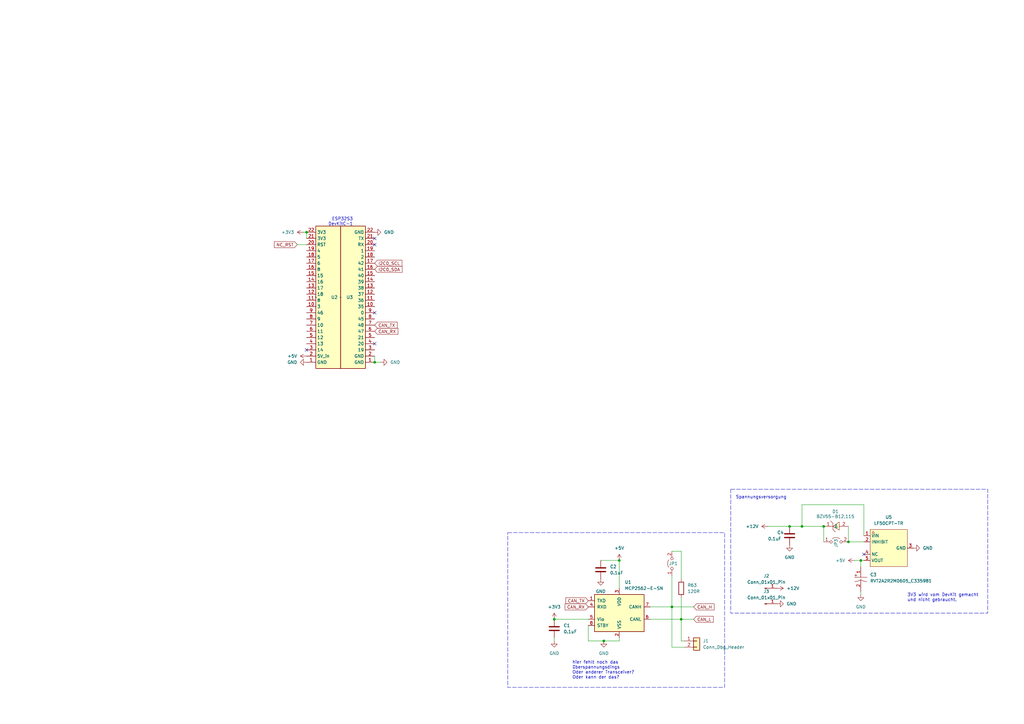
<source format=kicad_sch>
(kicad_sch (version 20250114) (generator "eeschema") (generator_version "9.0")
  (paper "A3")
  (title_block (title "ESPPDM"))
  (lib_symbols
    (symbol "+3V3_1" (power) (pin_numbers (hide yes)) (pin_names (offset 0) (hide yes))
      (property "Value" "+3V3" (at 0 3.556 0))
      (symbol "+3V3_1_0_1"
        (polyline (pts (xy -0.762 1.27) (xy 0 2.54)))
        (polyline (pts (xy 0 2.54) (xy 0.762 1.27)))
        (polyline (pts (xy 0 0) (xy 0 2.54)))
      )
      (symbol "+3V3_1_1_1"
        (pin power_in line (at 0 0 90) (length 0) (name "~") (number "1"))
      )
    )
    (symbol "Connector:Conn_01x01_Pin" (pin_names (offset 1.016) (hide yes))
      (property "Reference" "J" (at 0 2.54 0))
      (property "Value" "Conn_01x01_Pin" (at 0 -2.54 0))
      (symbol "Conn_01x01_Pin_1_1"
        (rectangle (start 0.8636 0.127) (end 0 -0.127) (stroke (width 0.1524)) (fill (type outline)))
        (polyline (pts (xy 1.27 0) (xy 0.8636 0)) (stroke (width 0.1524)))
        (pin passive line (at 5.08 0 180) (length 3.81) (name "Pin_1") (number "1"))
      )
    )
    (symbol "Connector_Generic:Conn_01x02" (pin_names (offset 1.016) (hide yes))
      (property "Reference" "J" (at 0 2.54 0))
      (property "Value" "Conn_01x02" (at 0 -5.08 0))
      (symbol "Conn_01x02_1_1"
        (rectangle (start -1.27 1.27) (end 1.27 -3.81) (stroke (width 0.254)) (fill (type background)))
        (rectangle (start -1.27 0.127) (end 0 -0.127) (stroke (width 0.1524)))
        (rectangle (start -1.27 -2.413) (end 0 -2.667) (stroke (width 0.1524)))
        (pin passive line (at -5.08 0 0) (length 3.81) (name "Pin_1") (number "1"))
        (pin passive line (at -5.08 -2.54 0) (length 3.81) (name "Pin_2") (number "2"))
      )
    )
    (symbol "Device:C" (pin_numbers (hide yes)) (pin_names (offset 0.254))
      (property "Reference" "C" (at 0.635 2.54 0))
      (property "Value" "C" (at 0.635 -2.54 0))
      (symbol "C_0_1"
        (polyline (pts (xy -2.032 0.762) (xy 2.032 0.762)) (stroke (width 0.508)))
        (polyline (pts (xy -2.032 -0.762) (xy 2.032 -0.762)) (stroke (width 0.508)))
      )
      (symbol "C_1_1"
        (pin passive line (at 0 3.81 270) (length 2.794) (name "~") (number "1"))
        (pin passive line (at 0 -3.81 90) (length 2.794) (name "~") (number "2"))
      )
    )
    (symbol "Device:R" (pin_numbers (hide yes)) (pin_names (offset 0))
      (property "Reference" "R" (at 2.032 0 90))
      (property "Value" "R" (at 0 0 90))
      (symbol "R_0_1"
        (rectangle (start -1.016 -2.54) (end 1.016 2.54) (stroke (width 0.254)))
      )
      (symbol "R_1_1"
        (pin passive line (at 0 3.81 270) (length 1.27) (name "~") (number "1"))
        (pin passive line (at 0 -3.81 90) (length 1.27) (name "~") (number "2"))
      )
    )
    (symbol "Interface_CAN_LIN:MCP2562-E-SN" (pin_names (offset 1.016))
      (property "Reference" "U" (at -10.16 8.89 0))
      (property "Value" "MCP2562-E-SN" (at 2.54 8.89 0))
      (symbol "MCP2562-E-SN_0_1"
        (rectangle (start -10.16 7.62) (end 10.16 -7.62) (stroke (width 0.254)) (fill (type background)))
      )
      (symbol "MCP2562-E-SN_1_1"
        (pin input line (at -12.7 5.08 0) (length 2.54) (name "TXD") (number "1"))
        (pin output line (at -12.7 2.54 0) (length 2.54) (name "RXD") (number "4"))
        (pin power_in line (at -12.7 -2.54 0) (length 2.54) (name "Vio") (number "5"))
        (pin input line (at -12.7 -5.08 0) (length 2.54) (name "STBY") (number "8"))
        (pin power_in line (at 0 10.16 270) (length 2.54) (name "VDD") (number "3"))
        (pin power_in line (at 0 -10.16 90) (length 2.54) (name "VSS") (number "2"))
        (pin bidirectional line (at 12.7 2.54 180) (length 2.54) (name "CANH") (number "7"))
        (pin bidirectional line (at 12.7 -2.54 180) (length 2.54) (name "CANL") (number "6"))
      )
    )
    (symbol "Jumper:Jumper_2_Open" (pin_names (offset 0) (hide yes))
      (property "Reference" "JP" (at 0 2.794 0))
      (property "Value" "Jumper_2_Open" (at 0 -2.286 0))
      (symbol "Jumper_2_Open_0_0"
        (circle (center -2.032 0) (radius 0.508))
        (circle (center 2.032 0) (radius 0.508))
      )
      (symbol "Jumper_2_Open_0_1"
        (arc (start -1.524 1.27) (mid 0 1.778) (end 1.524 1.27))
      )
      (symbol "Jumper_2_Open_1_1"
        (pin passive line (at -5.08 0 0) (length 2.54) (name "A") (number "1"))
        (pin passive line (at 5.08 0 180) (length 2.54) (name "B") (number "2"))
      )
    )
    (symbol "custom:esp32-s3-devkitc-1_l"
      (property "Reference" "U" (at 3.81 0 0))
      (symbol "esp32-s3-devkitc-1_l_1_1"
        (rectangle (start -2.54 29.21) (end 7.62 -29.21) (stroke (width 0.254)) (fill (type background)))
        (pin passive line (at -6.35 26.67 0) (length 3.81) (name "GND") (number "1"))
        (pin passive line (at -6.35 24.13 0) (length 3.81) (name "GND") (number "2"))
        (pin passive line (at -6.35 21.59 0) (length 3.81) (name "19") (number "3"))
        (pin passive line (at -6.35 19.05 0) (length 3.81) (name "20") (number "4"))
        (pin passive line (at -6.35 16.51 0) (length 3.81) (name "21") (number "5"))
        (pin passive line (at -6.35 13.97 0) (length 3.81) (name "47") (number "6"))
        (pin passive line (at -6.35 11.43 0) (length 3.81) (name "48") (number "7"))
        (pin passive line (at -6.35 8.89 0) (length 3.81) (name "45") (number "8"))
        (pin passive line (at -6.35 6.35 0) (length 3.81) (name "0") (number "9"))
        (pin passive line (at -6.35 3.81 0) (length 3.81) (name "35") (number "10"))
        (pin passive line (at -6.35 1.27 0) (length 3.81) (name "36") (number "11"))
        (pin passive line (at -6.35 -1.27 0) (length 3.81) (name "37") (number "12"))
        (pin passive line (at -6.35 -3.81 0) (length 3.81) (name "38") (number "13"))
        (pin passive line (at -6.35 -6.35 0) (length 3.81) (name "39") (number "14"))
        (pin passive line (at -6.35 -8.89 0) (length 3.81) (name "40") (number "15"))
        (pin passive line (at -6.35 -11.43 0) (length 3.81) (name "41") (number "16"))
        (pin passive line (at -6.35 -13.97 0) (length 3.81) (name "42") (number "17"))
        (pin passive line (at -6.35 -16.51 0) (length 3.81) (name "2") (number "18"))
        (pin passive line (at -6.35 -19.05 0) (length 3.81) (name "1") (number "19"))
        (pin passive line (at -6.35 -21.59 0) (length 3.81) (name "RX") (number "20"))
        (pin passive line (at -6.35 -24.13 0) (length 3.81) (name "TX") (number "21"))
        (pin passive line (at -6.35 -26.67 0) (length 3.81) (name "GND") (number "22"))
      )
    )
    (symbol "custom:esp32-s3-devkitc-1_r"
      (property "Reference" "U" (at 5.08 0 0))
      (symbol "esp32-s3-devkitc-1_r_1_1"
        (rectangle (start -2.54 29.21) (end 7.62 -29.21) (stroke (width 0.254)) (fill (type background)))
        (pin passive line (at 11.43 26.67 180) (length 3.81) (name "GND") (number "1"))
        (pin passive line (at 11.43 24.13 180) (length 3.81) (name "5V_in") (number "2"))
        (pin passive line (at 11.43 21.59 180) (length 3.81) (name "14") (number "3"))
        (pin passive line (at 11.43 19.05 180) (length 3.81) (name "13") (number "4"))
        (pin passive line (at 11.43 16.51 180) (length 3.81) (name "12") (number "5"))
        (pin passive line (at 11.43 13.97 180) (length 3.81) (name "11") (number "6"))
        (pin passive line (at 11.43 11.43 180) (length 3.81) (name "10") (number "7"))
        (pin passive line (at 11.43 8.89 180) (length 3.81) (name "9") (number "8"))
        (pin passive line (at 11.43 6.35 180) (length 3.81) (name "46") (number "9"))
        (pin passive line (at 11.43 3.81 180) (length 3.81) (name "3") (number "10"))
        (pin passive line (at 11.43 1.27 180) (length 3.81) (name "8") (number "11"))
        (pin passive line (at 11.43 -1.27 180) (length 3.81) (name "18") (number "12"))
        (pin passive line (at 11.43 -3.81 180) (length 3.81) (name "17") (number "13"))
        (pin passive line (at 11.43 -6.35 180) (length 3.81) (name "16") (number "14"))
        (pin passive line (at 11.43 -8.89 180) (length 3.81) (name "15") (number "15"))
        (pin passive line (at 11.43 -11.43 180) (length 3.81) (name "8") (number "16"))
        (pin passive line (at 11.43 -13.97 180) (length 3.81) (name "6") (number "17"))
        (pin passive line (at 11.43 -16.51 180) (length 3.81) (name "5") (number "18"))
        (pin passive line (at 11.43 -19.05 180) (length 3.81) (name "4") (number "19"))
        (pin passive line (at 11.43 -21.59 180) (length 3.81) (name "RST") (number "20"))
        (pin passive line (at 11.43 -24.13 180) (length 3.81) (name "3V3") (number "21"))
        (pin passive line (at 11.43 -26.67 180) (length 3.81) (name "3V3") (number "22"))
      )
    )
    (symbol "lcsc:BZV55-B12,115"
      (property "Reference" "D" (at 0 5.08 0))
      (property "Value" "BZV55-B12,115" (at 0 -5.08 0))
      (symbol "BZV55-B12,115_0_1"
        (polyline (pts (xy -2.29 2.29) (xy -1.27 1.27) (xy -1.27 -1.27) (xy -0.25 -2.29)))
        (polyline (pts (xy 1.27 -1.52) (xy -1.27 0) (xy 1.27 1.78) (xy 1.27 -1.52)) (fill (type background)))
        (pin unspecified line (at -5.08 0 0) (length 3.81) (name "C") (number "1"))
        (pin unspecified line (at 5.08 0 180) (length 3.81) (name "A") (number "2"))
      )
    )
    (symbol "lcsc:LF50CPT-TR"
      (property "Reference" "U" (at 0 10.16 0))
      (property "Value" "LF50CPT-TR" (at 0 -10.16 0))
      (symbol "LF50CPT-TR_0_1"
        (rectangle (start -7.62 7.62) (end 7.62 -7.62) (fill (type background)))
        (circle (center -6.35 6.35) (radius 0.38))
        (pin unspecified line (at -10.16 5.08 0) (length 2.54) (name "VIN") (number "1"))
        (pin unspecified line (at -10.16 2.54 0) (length 2.54) (name "INHIBIT") (number "2"))
        (pin unspecified line (at -10.16 -2.54 0) (length 2.54) (name "NC") (number "4"))
        (pin unspecified line (at -10.16 -5.08 0) (length 2.54) (name "VOUT") (number "5"))
        (pin unspecified line (at 10.16 0 180) (length 2.54) (name "GND") (number "3"))
      )
    )
    (symbol "lcsc:RVT2A2R2M0605_C335981"
      (property "Reference" "C" (at 0 10.16 0))
      (property "Value" "RVT2A2R2M0605_C335981" (at 0 -10.16 0))
      (symbol "RVT2A2R2M0605_C335981_0_1"
        (rectangle (start -2.54 1.52) (end -1.52 1.52) (fill (type background)))
        (polyline (pts (xy -2.54 0.76) (xy 2.54 0.76)))
        (arc (start 0 -0.25) (mid -1.2064 -0.8447) (end -2.54 -1.02))
        (rectangle (start -2.03 2.03) (end -2.03 1.02) (fill (type background)))
        (arc (start 2.54 -1.02) (mid 1.206 -0.8462) (end 0 -0.25))
      )
      (symbol "RVT2A2R2M0605_C335981_1_1"
        (pin unspecified line (at 0 5.08 270) (length 4.318) (name "") (number "1"))
        (pin unspecified line (at 0 -5.08 90) (length 4.826) (name "") (number "2"))
      )
    )
    (symbol "power:+12V" (power) (pin_numbers (hide yes)) (pin_names (offset 0) (hide yes))
      (property "Value" "+12V" (at 0 3.556 0))
      (symbol "+12V_0_1"
        (polyline (pts (xy -0.762 1.27) (xy 0 2.54)))
        (polyline (pts (xy 0 2.54) (xy 0.762 1.27)))
        (polyline (pts (xy 0 0) (xy 0 2.54)))
      )
      (symbol "+12V_1_1"
        (pin power_in line (at 0 0 90) (length 0) (name "~") (number "1"))
      )
    )
    (symbol "power:+3V3" (power) (pin_names (offset 0))
      (property "Value" "+3V3" (at 0 3.556 0))
      (symbol "+3V3_0_1"
        (polyline (pts (xy -0.762 1.27) (xy 0 2.54)))
        (polyline (pts (xy 0 2.54) (xy 0.762 1.27)))
        (polyline (pts (xy 0 0) (xy 0 2.54)))
      )
      (symbol "+3V3_1_1"
        (pin power_in line (at 0 0 90) (length 0) (hide yes) (name "+3V3") (number "1"))
      )
    )
    (symbol "power:+5V" (power) (pin_names (offset 0))
      (property "Value" "+5V" (at 0 3.556 0))
      (symbol "+5V_0_1"
        (polyline (pts (xy -0.762 1.27) (xy 0 2.54)))
        (polyline (pts (xy 0 2.54) (xy 0.762 1.27)))
        (polyline (pts (xy 0 0) (xy 0 2.54)))
      )
      (symbol "+5V_1_1"
        (pin power_in line (at 0 0 90) (length 0) (hide yes) (name "+5V") (number "1"))
      )
    )
    (symbol "power:GND" (power) (pin_names (offset 0))
      (property "Value" "GND" (at 0 -3.81 0))
      (symbol "GND_0_1"
        (polyline (pts (xy 0 0) (xy 0 -1.27) (xy 1.27 -1.27) (xy 0 -2.54) (xy -1.27 -1.27) (xy 0 -1.27)))
      )
      (symbol "GND_1_1"
        (pin power_in line (at 0 0 270) (length 0) (hide yes) (name "GND") (number "1"))
      )
    )
  )
  (rectangle (start 208.28 218.44) (end 297.18 281.94) (stroke (width 0) (type dash)))
  (rectangle (start 299.72 200.66) (end 405.13 251.46) (stroke (width 0) (type dash)))
  (text "3V3 wird vom DevKit gemacht\nund nicht gebraucht." (at 372.11 246.888 0) (effects (font (size 1.27 1.27)) (justify left bottom)))
  (text "hier fehlt noch das\nüberspannungsdings\nOder anderer Transceiver?\nOder kann der das?" (at 234.696 278.638 0) (effects (font (size 1.27 1.27)) (justify left bottom)))
  (text "Spannungsversorgung" (at 301.752 204.724 0) (effects (font (size 1.27 1.27)) (justify left bottom)))
  (text "ESP32S3\nDevKitC-1" (at 144.78 92.71 0) (effects (font (size 1.27 1.27)) (justify right bottom)))
  (junction (at 275.59 248.92))
  (junction (at 337.82 215.9))
  (junction (at 353.06 229.87))
  (junction (at 125.73 95.25))
  (junction (at 347.98 222.25))
  (junction (at 328.93 215.9))
  (junction (at 247.65 262.89))
  (junction (at 254 229.87))
  (junction (at 279.4 254))
  (junction (at 227.33 254))
  (junction (at 323.85 215.9))
  (junction (at 153.67 148.59))
  (no_connect (at 153.67 128.27))
  (no_connect (at 125.73 143.51))
  (no_connect (at 153.67 100.33))
  (no_connect (at 153.67 140.97))
  (no_connect (at 354.33 227.33))
  (no_connect (at 153.67 97.79))
  (wire (pts (xy 275.59 226.06) (xy 279.4 226.06)))
  (wire (pts (xy 124.46 95.25) (xy 125.73 95.25)))
  (wire (pts (xy 153.67 146.05) (xy 153.67 148.59)))
  (wire (pts (xy 354.33 222.25) (xy 347.98 222.25)))
  (wire (pts (xy 275.59 248.92) (xy 275.59 265.43)))
  (wire (pts (xy 254 229.87) (xy 254 241.3)))
  (wire (pts (xy 280.67 262.89) (xy 279.4 262.89)))
  (wire (pts (xy 279.4 254) (xy 279.4 262.89)))
  (wire (pts (xy 328.93 215.9) (xy 328.93 207.01)))
  (wire (pts (xy 328.93 207.01) (xy 354.33 207.01)))
  (wire (pts (xy 275.59 236.22) (xy 275.59 248.92)))
  (wire (pts (xy 279.4 245.11) (xy 279.4 254)))
  (wire (pts (xy 275.59 265.43) (xy 280.67 265.43)))
  (wire (pts (xy 241.3 256.54) (xy 241.3 262.89)))
  (wire (pts (xy 266.7 248.92) (xy 275.59 248.92)))
  (wire (pts (xy 353.06 242.57) (xy 353.06 243.84)))
  (wire (pts (xy 247.65 262.89) (xy 254 262.89)))
  (wire (pts (xy 125.73 97.79) (xy 125.73 95.25)))
  (wire (pts (xy 275.59 248.92) (xy 284.48 248.92)))
  (wire (pts (xy 241.3 262.89) (xy 247.65 262.89)))
  (wire (pts (xy 337.82 215.9) (xy 337.82 222.25)))
  (wire (pts (xy 328.93 215.9) (xy 337.82 215.9)))
  (wire (pts (xy 354.33 207.01) (xy 354.33 219.71)))
  (wire (pts (xy 227.33 254) (xy 241.3 254)))
  (wire (pts (xy 266.7 254) (xy 279.4 254)))
  (wire (pts (xy 254 262.89) (xy 254 261.62)))
  (wire (pts (xy 227.33 261.62) (xy 227.33 262.89)))
  (wire (pts (xy 246.38 229.87) (xy 254 229.87)))
  (wire (pts (xy 121.92 100.33) (xy 125.73 100.33)))
  (wire (pts (xy 347.98 215.9) (xy 347.98 222.25)))
  (wire (pts (xy 279.4 254) (xy 284.48 254)))
  (wire (pts (xy 279.4 226.06) (xy 279.4 237.49)))
  (wire (pts (xy 153.67 148.59) (xy 156.21 148.59)))
  (wire (pts (xy 353.06 229.87) (xy 353.06 232.41)))
  (wire (pts (xy 350.52 229.87) (xy 353.06 229.87)))
  (wire (pts (xy 314.96 215.9) (xy 323.85 215.9)))
  (wire (pts (xy 323.85 215.9) (xy 328.93 215.9)))
  (wire (pts (xy 353.06 229.87) (xy 354.33 229.87)))
  (global_label "CAN_RX" (shape input) (at 241.3 248.92 180) (property "Intersheetrefs" "${INTERSHEET_REFS}" (effects (hide yes))))
  (global_label "NC_RST" (shape input) (at 121.92 100.33 180) (property "Intersheetrefs" "${INTERSHEET_REFS}" (effects (hide yes))))
  (global_label "CAN_L" (shape input) (at 284.48 254 0) (property "Intersheetrefs" "${INTERSHEET_REFS}" (effects (hide yes))))
  (global_label "CAN_RX" (shape input) (at 153.67 135.89 0) (property "Intersheetrefs" "${INTERSHEET_REFS}" (effects (hide yes))))
  (global_label "I2C0_SCL" (shape input) (at 153.67 107.95 0) (property "Intersheetrefs" "${INTERSHEET_REFS}" (effects (hide yes))))
  (global_label "I2C0_SDA" (shape input) (at 153.67 110.49 0) (property "Intersheetrefs" "${INTERSHEET_REFS}" (effects (hide yes))))
  (global_label "CAN_H" (shape input) (at 284.48 248.92 0) (property "Intersheetrefs" "${INTERSHEET_REFS}" (effects (hide yes))))
  (global_label "CAN_TX" (shape input) (at 241.3 246.38 180) (property "Intersheetrefs" "${INTERSHEET_REFS}" (effects (hide yes))))
  (global_label "CAN_TX" (shape input) (at 153.67 133.35 0) (property "Intersheetrefs" "${INTERSHEET_REFS}" (effects (hide yes))))
  (symbol (lib_id "power:GND") (at 227.33 262.89 0) (unit 1)
    (property "Reference" "#PWR043" (effects (hide yes)))
    (property "Value" "GND" (at 227.33 267.97 0))
  )
  (symbol (lib_id "custom:esp32-s3-devkitc-1_r") (at 137.16 121.92 180) (unit 1)
    (property "Reference" "U2" (at 137.16 121.92 0))
    (property "Value" "~" (at 129.54 121.92 0))
    (property "Footprint" "Connector_PinSocket_2.54mm:PinSocket_1x22_P2.54mm_Vertical" (effects (hide yes)))
  )
  (symbol (lib_id "lcsc:BZV55-B12,115") (at 342.9 215.9 0) (unit 1)
    (property "Reference" "D1" (at 342.646 209.804 0))
    (property "Value" "BZV55-B12,115" (at 342.646 211.836 0))
    (property "Footprint" "lcsc:SOD-80C_L3.3-W1.5-RD" (effects (hide yes)))
    (property "Datasheet" "https://lcsc.com/product-detail/Zener-Diodes_Nexperia-BZV55-B12-115_C426807.html" (effects (hide yes)))
    (property "LCSC Part" "C426807" (effects (hide yes)))
  )
  (symbol (lib_id "power:GND") (at 318.77 247.65 90) (unit 1)
    (property "Reference" "#PWR02" (effects (hide yes)))
    (property "Value" "GND" (at 322.58 247.6499 90) (effects (justify right)))
  )
  (symbol (lib_id "Connector:Conn_01x01_Pin") (at 313.69 247.65 0) (unit 1)
    (property "Reference" "J3" (at 314.325 242.57 0))
    (property "Value" "Conn_01x01_Pin" (at 314.325 245.11 0))
    (property "Footprint" "Connector_Wire:SolderWirePad_1x01_SMD_5x10mm" (effects (hide yes)))
    (property "Description" "Generic connector, single row, 01x01, script generated" (effects (hide yes)))
  )
  (symbol (lib_id "power:GND") (at 156.21 148.59 90) (unit 1)
    (property "Reference" "#PWR051" (effects (hide yes)))
    (property "Value" "GND" (at 160.02 148.59 90) (effects (justify right)))
  )
  (symbol (lib_id "power:+5V") (at 254 229.87 0) (unit 1)
    (property "Reference" "#PWR049" (effects (hide yes)))
    (property "Value" "+5V" (at 254 224.79 0))
  )
  (symbol (lib_id "Device:C") (at 246.38 233.68 0) (unit 1)
    (property "Reference" "C2" (at 250.19 232.41 0) (effects (justify left)))
    (property "Value" "0.1uF" (at 250.19 234.95 0) (effects (justify left)))
    (property "Footprint" "Capacitor_SMD:C_0603_1608Metric" (effects (hide yes)))
  )
  (symbol (lib_id "Jumper:Jumper_2_Open") (at 275.59 231.14 90) (unit 1)
    (property "Reference" "JP1" (at 274.32 231.14 90) (effects (justify right)))
    (property "Value" "Jumper_2_Open" (effects (hide yes)))
    (property "Footprint" "Jumper:SolderJumper-2_P1.3mm_Open_Pad1.0x1.5mm" (effects (hide yes)))
  )
  (symbol (lib_id "power:GND") (at 323.85 223.52 0) (unit 1)
    (property "Reference" "#PWR063" (effects (hide yes)))
    (property "Value" "GND" (at 323.85 228.6 0))
  )
  (symbol (lib_id "power:+3V3") (at 227.33 254 0) (unit 1)
    (property "Reference" "#PWR042" (effects (hide yes)))
    (property "Value" "+3V3" (at 227.33 248.92 0))
  )
  (symbol (lib_id "power:GND") (at 374.65 224.79 90) (unit 1)
    (property "Reference" "#PWR066" (effects (hide yes)))
    (property "Value" "GND" (at 378.46 224.7899 90) (effects (justify right)))
  )
  (symbol (lib_id "lcsc:RVT2A2R2M0605_C335981") (at 353.06 237.49 0) (unit 1)
    (property "Reference" "C3" (at 356.87 235.7161 0) (effects (justify left)))
    (property "Value" "RVT2A2R2M0605_C335981" (at 356.87 238.2561 0) (effects (justify left)))
    (property "Footprint" "lcsc:CAP-SMD_BD6.3-L6.6-W6.6-FD" (effects (hide yes)))
    (property "Datasheet" "https://lcsc.com/product-detail/Others_ROQANG-RVT2A2R2M0605_C335981.html" (effects (hide yes)))
    (property "LCSC Part" "C335981" (effects (hide yes)))
  )
  (symbol (lib_id "Connector_Generic:Conn_01x02") (at 285.75 262.89 0) (unit 1)
    (property "Reference" "J1" (at 288.29 262.8899 0) (effects (justify left)))
    (property "Value" "Conn_Dbg_Header" (at 288.29 265.4299 0) (effects (justify left)))
    (property "Footprint" "Connector_PinHeader_2.54mm:PinHeader_1x02_P2.54mm_Vertical" (effects (hide yes)))
    (property "Description" "Generic connector, single row, 01x02, script generated (kicad-library-utils/schlib/autogen/connector/)" (effects (hide yes)))
  )
  (symbol (lib_name "+3V3_1") (lib_id "power:+3V3") (at 124.46 95.25 90) (unit 1)
    (property "Reference" "#PWR046" (effects (hide yes)))
    (property "Value" "+3V3" (at 120.65 95.2499 90) (effects (justify left)))
    (property "Description" "Power symbol creates a global label with name \"+3V3\"" (effects (hide yes)))
  )
  (symbol (lib_id "power:+12V") (at 314.96 215.9 90) (unit 1)
    (property "Reference" "#PWR035" (effects (hide yes)))
    (property "Value" "+12V" (at 311.15 215.8999 90) (effects (justify left)))
    (property "Description" "Power symbol creates a global label with name \"+12V\"" (effects (hide yes)))
  )
  (symbol (lib_id "Device:C") (at 227.33 257.81 0) (unit 1)
    (property "Reference" "C1" (at 231.14 256.54 0) (effects (justify left)))
    (property "Value" "0.1uF" (at 231.14 259.08 0) (effects (justify left)))
    (property "Footprint" "Capacitor_SMD:C_0603_1608Metric" (effects (hide yes)))
  )
  (symbol (lib_id "power:GND") (at 246.38 237.49 0) (unit 1)
    (property "Reference" "#PWR044" (effects (hide yes)))
    (property "Value" "GND" (at 246.38 242.57 0))
  )
  (symbol (lib_id "Device:C") (at 323.85 219.71 0) (unit 1)
    (property "Reference" "C4" (at 318.77 218.44 0) (effects (justify left)))
    (property "Value" "0.1uF" (at 314.96 220.98 0) (effects (justify left)))
    (property "Footprint" "Capacitor_SMD:C_0603_1608Metric" (effects (hide yes)))
  )
  (symbol (lib_id "Connector:Conn_01x01_Pin") (at 313.69 241.3 0) (unit 1)
    (property "Reference" "J2" (at 314.325 236.22 0))
    (property "Value" "Conn_01x01_Pin" (at 314.325 238.76 0))
    (property "Footprint" "Connector_Wire:SolderWirePad_1x01_SMD_5x10mm" (effects (hide yes)))
    (property "Description" "Generic connector, single row, 01x01, script generated" (effects (hide yes)))
  )
  (symbol (lib_id "Interface_CAN_LIN:MCP2562-E-SN") (at 254 251.46 0) (unit 1)
    (property "Reference" "U1" (at 256.1941 238.76 0) (effects (justify left)))
    (property "Value" "MCP2562-E-SN" (at 256.1941 241.3 0) (effects (justify left)))
    (property "Footprint" "Package_SO:SOIC-8_3.9x4.9mm_P1.27mm" (effects (hide yes)))
    (property "Datasheet" "http://ww1.microchip.com/downloads/en/DeviceDoc/25167A.pdf" (effects (hide yes)))
    (property "lcsc" "C53609" (effects (hide yes)))
  )
  (symbol (lib_id "power:GND") (at 247.65 262.89 0) (unit 1)
    (property "Reference" "#PWR045" (effects (hide yes)))
    (property "Value" "GND" (at 247.65 267.97 0))
  )
  (symbol (lib_id "custom:esp32-s3-devkitc-1_l") (at 147.32 121.92 180) (unit 1)
    (property "Reference" "U3" (at 144.78 121.92 0) (effects (justify left)))
    (property "Value" "~" (at 139.7 121.92 0))
    (property "Footprint" "Connector_PinSocket_2.54mm:PinSocket_1x22_P2.54mm_Vertical" (effects (hide yes)))
  )
  (symbol (lib_id "power:GND") (at 125.73 148.59 270) (unit 1)
    (property "Reference" "#PWR048" (effects (hide yes)))
    (property "Value" "GND" (at 121.92 148.59 90) (effects (justify right)))
  )
  (symbol (lib_id "Jumper:Jumper_2_Open") (at 342.9 222.25 0) (unit 1)
    (property "Reference" "JP3" (at 342.9 220.98 90) (effects (justify right)))
    (property "Value" "Jumper_2_Open" (effects (hide yes)))
    (property "Footprint" "Jumper:SolderJumper-2_P1.3mm_Open_Pad1.0x1.5mm" (effects (hide yes)))
  )
  (symbol (lib_id "power:+5V") (at 350.52 229.87 90) (unit 1)
    (property "Reference" "#PWR055" (effects (hide yes)))
    (property "Value" "+5V" (at 346.71 229.87 90) (effects (justify left)))
  )
  (symbol (lib_id "lcsc:LF50CPT-TR") (at 364.49 224.79 0) (unit 1)
    (property "Reference" "U5" (at 364.49 212.09 0))
    (property "Value" "LF50CPT-TR" (at 364.49 214.63 0))
    (property "Footprint" "lcsc:PPAK-5_L6.5-W6.1-P1.27-LS10.0-TL" (effects (hide yes)))
    (property "LCSC Part" "C2970955" (effects (hide yes)))
  )
  (symbol (lib_id "power:GND") (at 153.67 95.25 90) (unit 1)
    (property "Reference" "#PWR050" (effects (hide yes)))
    (property "Value" "GND" (at 157.48 95.25 90) (effects (justify right)))
  )
  (symbol (lib_id "power:GND") (at 353.06 243.84 0) (unit 1)
    (property "Reference" "#PWR064" (effects (hide yes)))
    (property "Value" "GND" (at 353.06 248.92 0))
  )
  (symbol (lib_id "power:+12V") (at 318.77 241.3 270) (unit 1)
    (property "Reference" "#PWR01" (effects (hide yes)))
    (property "Value" "+12V" (at 322.58 241.2999 90) (effects (justify left)))
    (property "Description" "Power symbol creates a global label with name \"+12V\"" (effects (hide yes)))
  )
  (symbol (lib_id "power:+5V") (at 125.73 146.05 90) (unit 1)
    (property "Reference" "#PWR047" (effects (hide yes)))
    (property "Value" "+5V" (at 121.92 146.05 90) (effects (justify left)))
  )
  (symbol (lib_id "Device:R") (at 279.4 241.3 0) (unit 1)
    (property "Reference" "R63" (at 281.94 240.03 0) (effects (justify left)))
    (property "Value" "120R" (at 281.94 242.57 0) (effects (justify left)))
    (property "Footprint" "Resistor_SMD:R_0603_1608Metric" (effects (hide yes)))
  )
)
</source>
